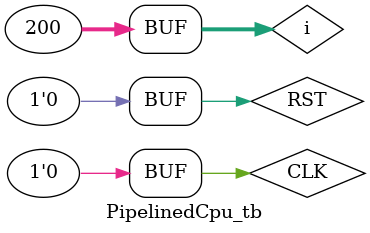
<source format=v>
module PipelinedCpu_tb ();

reg CLK;
wire [31:0] OUT;
reg RST;
integer i;
PipelinedCpu PipelinedCpu1 (.CLK(CLK), .RST(RST), .OUT(OUT));

initial begin
    RST = 1;
    CLK = 0;
    #5;
    CLK = 1;
    #5;
    RST = 0;
    CLK = 0;
    #5;
    for(i=0; i<200; i=i+1) begin
        CLK = 1;
        #5;
        CLK = 0;
        #5;
    end


end


// always begin
//     #6 CLK=0;
//     #4 CLK=1;
// end

    
endmodule
</source>
